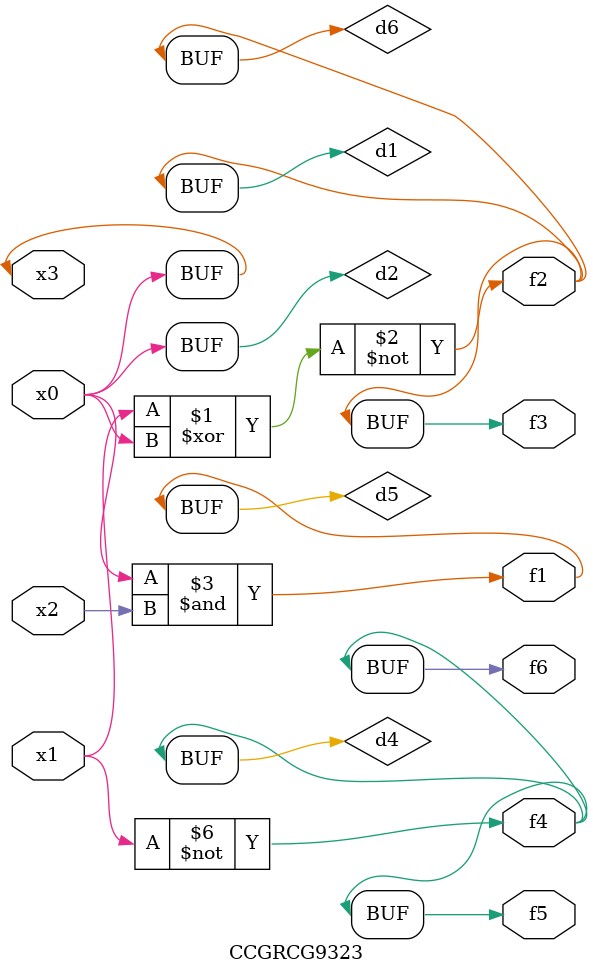
<source format=v>
module CCGRCG9323(
	input x0, x1, x2, x3,
	output f1, f2, f3, f4, f5, f6
);

	wire d1, d2, d3, d4, d5, d6;

	xnor (d1, x1, x3);
	buf (d2, x0, x3);
	nand (d3, x0, x2);
	not (d4, x1);
	nand (d5, d3);
	or (d6, d1);
	assign f1 = d5;
	assign f2 = d6;
	assign f3 = d6;
	assign f4 = d4;
	assign f5 = d4;
	assign f6 = d4;
endmodule

</source>
